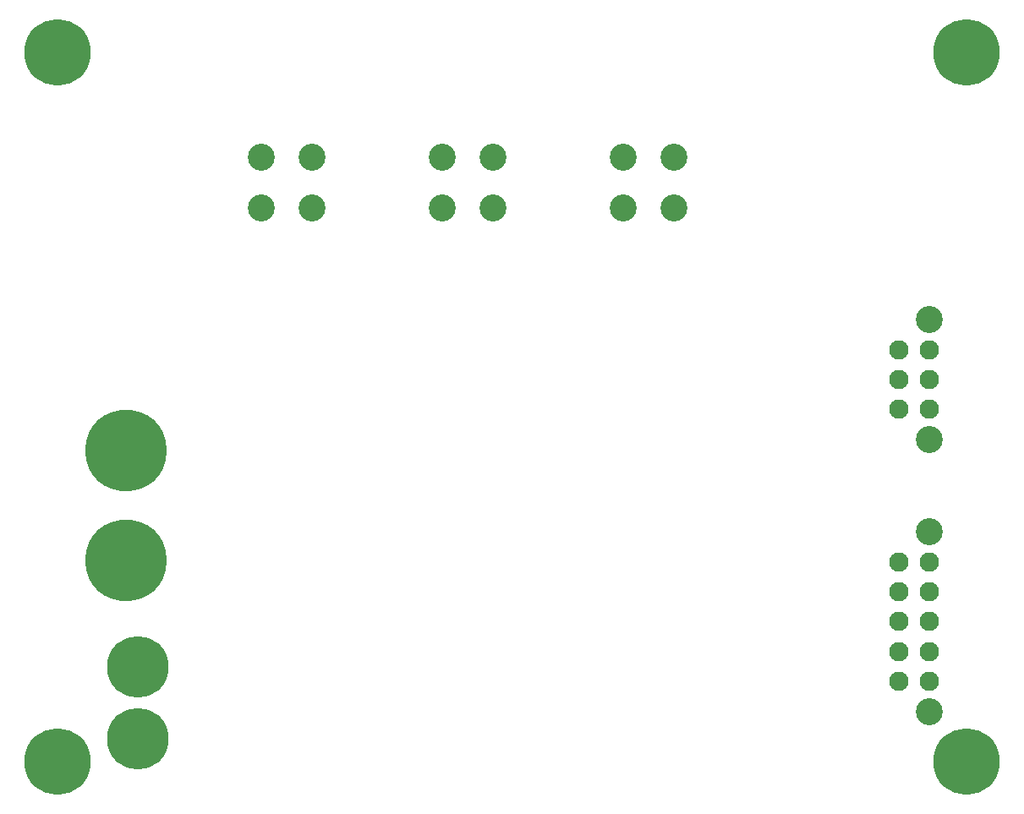
<source format=gbs>
G04*
G04 #@! TF.GenerationSoftware,Altium Limited,Altium Designer,23.3.1 (30)*
G04*
G04 Layer_Color=16711935*
%FSLAX25Y25*%
%MOIN*%
G70*
G04*
G04 #@! TF.SameCoordinates,C60E4857-7E3E-4254-B878-B1AAC805503D*
G04*
G04*
G04 #@! TF.FilePolarity,Negative*
G04*
G01*
G75*
%ADD56C,0.24213*%
%ADD57C,0.26181*%
%ADD58C,0.32087*%
%ADD59C,0.10630*%
%ADD60C,0.07677*%
%ADD61C,0.10630*%
D56*
X49213Y26772D02*
D03*
Y55118D02*
D03*
D57*
X375984Y17717D02*
D03*
X17717D02*
D03*
X17717Y297244D02*
D03*
X375984D02*
D03*
D58*
X44685Y140157D02*
D03*
Y96850D02*
D03*
D59*
X361221Y144685D02*
D03*
Y191929D02*
D03*
Y108268D02*
D03*
Y37402D02*
D03*
D60*
Y156496D02*
D03*
Y168307D02*
D03*
Y180118D02*
D03*
X349410Y156496D02*
D03*
Y168307D02*
D03*
Y180118D02*
D03*
Y96457D02*
D03*
Y84646D02*
D03*
Y72835D02*
D03*
Y61024D02*
D03*
Y49213D02*
D03*
X361221Y96457D02*
D03*
Y84646D02*
D03*
Y72835D02*
D03*
Y61024D02*
D03*
Y49213D02*
D03*
D61*
X240748Y235827D02*
D03*
Y255906D02*
D03*
X260827Y235827D02*
D03*
Y255906D02*
D03*
X189469D02*
D03*
Y235827D02*
D03*
X169390Y255906D02*
D03*
Y235827D02*
D03*
X98032D02*
D03*
Y255906D02*
D03*
X118110Y235827D02*
D03*
Y255906D02*
D03*
M02*

</source>
